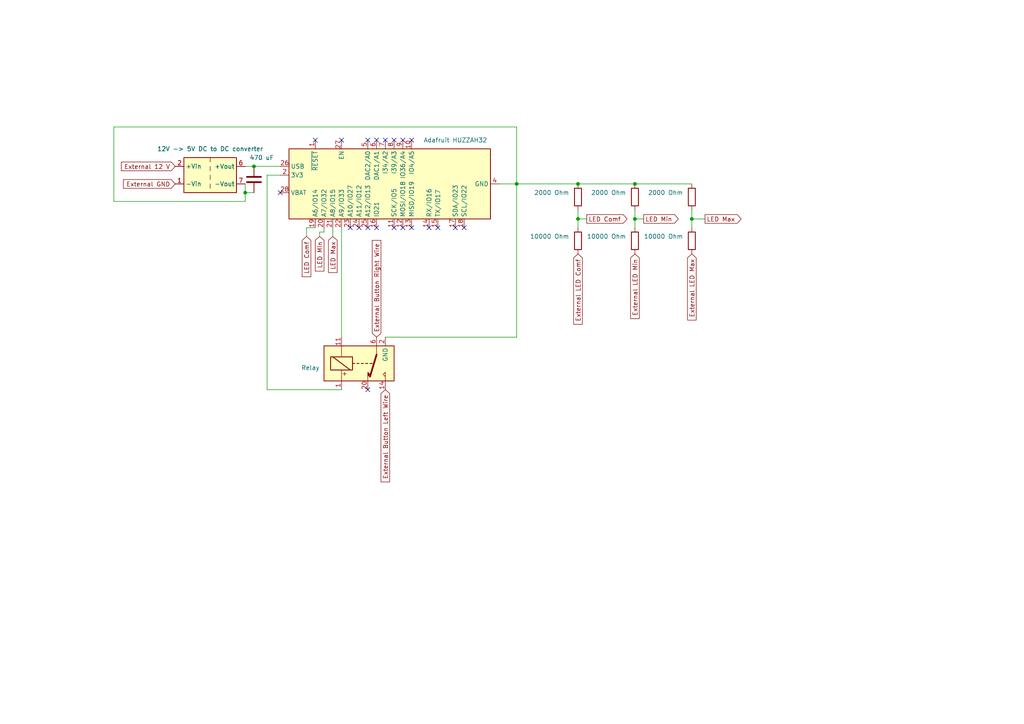
<source format=kicad_sch>
(kicad_sch (version 20211123) (generator eeschema)
  (paper "A4")
  (lib_symbols
    (symbol "Converter_DCDC:ITX0503SA-H"
      (property "Reference" "PS" (at -7.62 6.35 0))
      (property "Value" "ITX0503SA-H" (at 1.27 6.35 0))
      (symbol "ITX0503SA-H_0_0"
        (pin power_in line (at -10.16 -2.54 0) (length 2.54) (name "-Vin") (number "1"))
        (pin power_in line (at -10.16 2.54 0) (length 2.54) (name "+Vin") (number "2"))
        (pin power_out line (at 10.16 2.54 180) (length 2.54) (name "+Vout") (number "6"))
        (pin power_out line (at 10.16 -2.54 180) (length 2.54) (name "-Vout") (number "7"))
        (pin no_connect line (at 7.62 0 180) (length 2.54) hide (name "NC") (number "8"))
      )
      (symbol "ITX0503SA-H_0_1"
        (rectangle (start -7.62 5.08) (end 7.62 -5.08) (stroke (width 0.254)) (fill (type background)))
        (polyline (pts (xy 0 -2.54) (xy 0 -3.81)))
        (polyline (pts (xy 0 0) (xy 0 -1.27)))
        (polyline (pts (xy 0 2.54) (xy 0 1.27)))
        (polyline (pts (xy 0 5.08) (xy 0 3.81)))
      )
    )
    (symbol "Device:C" (pin_numbers hide) (pin_names (offset 0.254))
      (property "Reference" "C" (at 0.635 2.54 0))
      (property "Value" "C" (at 0.635 -2.54 0))
      (symbol "C_0_1"
        (polyline (pts (xy -2.032 -0.762) (xy 2.032 -0.762)) (stroke (width 0.508)))
        (polyline (pts (xy -2.032 0.762) (xy 2.032 0.762)) (stroke (width 0.508)))
      )
      (symbol "C_1_1"
        (pin passive line (at 0 3.81 270) (length 2.794) (name "~") (number "1"))
        (pin passive line (at 0 -3.81 90) (length 2.794) (name "~") (number "2"))
      )
    )
    (symbol "Device:R" (pin_numbers hide) (pin_names (offset 0))
      (property "Reference" "R" (at 2.032 0 90))
      (property "Value" "R" (at 0 0 90))
      (symbol "R_0_1"
        (rectangle (start -1.016 -2.54) (end 1.016 2.54) (stroke (width 0.254)))
      )
      (symbol "R_1_1"
        (pin passive line (at 0 3.81 270) (length 1.27) (name "~") (number "1"))
        (pin passive line (at 0 -3.81 90) (length 1.27) (name "~") (number "2"))
      )
    )
    (symbol "MCU_Module:Adafruit_Feather_HUZZAH32_ESP32"
      (property "Reference" "A" (at -10.16 29.21 0))
      (property "Value" "Adafruit_Feather_HUZZAH32_ESP32" (at 2.54 -31.75 0))
      (symbol "Adafruit_Feather_HUZZAH32_ESP32_0_1"
        (rectangle (start -10.16 27.94) (end 10.16 -30.48) (stroke (width 0.254)) (fill (type background)))
      )
      (symbol "Adafruit_Feather_HUZZAH32_ESP32_1_1"
        (pin input line (at 12.7 20.32 180) (length 2.54) (name "~{RESET}") (number "1"))
        (pin bidirectional line (at 12.7 -7.62 180) (length 2.54) (name "IO4/A5") (number "10"))
        (pin bidirectional line (at -12.7 -2.54 0) (length 2.54) (name "SCK/IO5") (number "11"))
        (pin bidirectional line (at -12.7 -5.08 0) (length 2.54) (name "MOSI/IO18") (number "12"))
        (pin bidirectional line (at -12.7 -7.62 0) (length 2.54) (name "MISO/IO19") (number "13"))
        (pin bidirectional line (at -12.7 -12.7 0) (length 2.54) (name "RX/IO16") (number "14"))
        (pin bidirectional line (at -12.7 -15.24 0) (length 2.54) (name "TX/IO17") (number "15"))
        (pin bidirectional line (at -12.7 2.54 0) (length 2.54) (name "IO21") (number "16"))
        (pin bidirectional line (at -12.7 -20.32 0) (length 2.54) (name "SDA/IO23") (number "17"))
        (pin bidirectional line (at -12.7 -22.86 0) (length 2.54) (name "SCL/IO22") (number "18"))
        (pin bidirectional line (at -12.7 20.32 0) (length 2.54) (name "A6/IO14") (number "19"))
        (pin power_in line (at 2.54 30.48 270) (length 2.54) (name "3V3") (number "2"))
        (pin bidirectional line (at -12.7 17.78 0) (length 2.54) (name "A7/IO32") (number "20"))
        (pin bidirectional line (at -12.7 15.24 0) (length 2.54) (name "A8/IO15") (number "21"))
        (pin bidirectional line (at -12.7 12.7 0) (length 2.54) (name "A9/IO33") (number "22"))
        (pin bidirectional line (at -12.7 10.16 0) (length 2.54) (name "A10/IO27") (number "23"))
        (pin bidirectional line (at -12.7 7.62 0) (length 2.54) (name "A11/IO12") (number "24"))
        (pin bidirectional line (at -12.7 5.08 0) (length 2.54) (name "A12/IO13") (number "25"))
        (pin power_in line (at 5.08 30.48 270) (length 2.54) (name "USB") (number "26"))
        (pin input line (at 12.7 12.7 180) (length 2.54) (name "EN") (number "27"))
        (pin power_in line (at -2.54 30.48 270) (length 2.54) (name "VBAT") (number "28"))
        (pin no_connect line (at 10.16 10.16 180) (length 2.54) hide (name "NC") (number "3"))
        (pin power_in line (at 0 -33.02 90) (length 2.54) (name "GND") (number "4"))
        (pin bidirectional line (at 12.7 5.08 180) (length 2.54) (name "DAC2/A0") (number "5"))
        (pin bidirectional line (at 12.7 2.54 180) (length 2.54) (name "DAC1/A1") (number "6"))
        (pin bidirectional line (at 12.7 0 180) (length 2.54) (name "I34/A2") (number "7"))
        (pin bidirectional line (at 12.7 -2.54 180) (length 2.54) (name "I39/A3") (number "8"))
        (pin bidirectional line (at 12.7 -5.08 180) (length 2.54) (name "IO36/A4") (number "9"))
      )
    )
    (symbol "Relay:HF3-01"
      (property "Reference" "K" (at 11.43 3.81 0))
      (property "Value" "HF3-01" (at 11.43 1.27 0))
      (symbol "HF3-01_0_0"
        (polyline (pts (xy 7.62 5.08) (xy 7.62 2.54) (xy 6.985 3.175) (xy 7.62 3.81)))
        (text "+" (at -4.191 2.921 0) (effects (font (size 1.27 1.27))))
      )
      (symbol "HF3-01_0_1"
        (rectangle (start -10.16 5.08) (end 10.16 -5.08) (stroke (width 0.254)) (fill (type background)))
        (rectangle (start -8.255 1.905) (end -1.905 -1.905) (stroke (width 0.254)))
        (polyline (pts (xy -7.62 -1.905) (xy -2.54 1.905)) (stroke (width 0.254)))
        (polyline (pts (xy -5.08 -5.08) (xy -5.08 -1.905)))
        (polyline (pts (xy -5.08 5.08) (xy -5.08 1.905)))
        (polyline (pts (xy -1.905 0) (xy -1.27 0)) (stroke (width 0.254)))
        (polyline (pts (xy -0.635 0) (xy 0 0)) (stroke (width 0.254)))
        (polyline (pts (xy 0.635 0) (xy 1.27 0)) (stroke (width 0.254)))
        (polyline (pts (xy 1.905 0) (xy 2.54 0)) (stroke (width 0.254)))
        (polyline (pts (xy 3.175 0) (xy 3.81 0)) (stroke (width 0.254)))
        (polyline (pts (xy 5.08 -2.54) (xy 3.175 3.81)) (stroke (width 0.508)))
        (polyline (pts (xy 5.08 -2.54) (xy 5.08 -5.08)))
        (polyline (pts (xy 2.54 5.08) (xy 2.54 2.54) (xy 3.175 3.175) (xy 2.54 3.81)) (fill (type outline)))
      )
      (symbol "HF3-01_1_1"
        (pin passive line (at -5.08 7.62 270) (length 2.54) (name "~") (number "1"))
        (pin passive line (at 7.62 -7.62 90) (length 2.54) hide (name "GND") (number "10"))
        (pin passive line (at -5.08 -7.62 90) (length 2.54) (name "~") (number "11"))
        (pin passive line (at 7.62 -7.62 90) (length 2.54) hide (name "GND") (number "12"))
        (pin passive line (at 7.62 -7.62 90) (length 2.54) hide (name "GND") (number "13"))
        (pin passive line (at 7.62 7.62 270) (length 2.54) (name "~") (number "14"))
        (pin passive line (at 7.62 -7.62 90) (length 2.54) hide (name "GND") (number "15"))
        (pin passive line (at 7.62 -7.62 90) (length 2.54) hide (name "GND") (number "17"))
        (pin passive line (at 7.62 -7.62 90) (length 2.54) hide (name "GND") (number "19"))
        (pin power_in line (at 7.62 -7.62 90) (length 2.54) (name "GND") (number "2"))
        (pin passive line (at 2.54 7.62 270) (length 2.54) (name "~") (number "20"))
        (pin passive line (at 7.62 -7.62 90) (length 2.54) hide (name "GND") (number "21"))
        (pin passive line (at 7.62 -7.62 90) (length 2.54) hide (name "GND") (number "22"))
        (pin passive line (at 7.62 -7.62 90) (length 2.54) hide (name "GND") (number "5"))
        (pin passive line (at 5.08 -7.62 90) (length 2.54) (name "~") (number "6"))
        (pin passive line (at 7.62 -7.62 90) (length 2.54) hide (name "GND") (number "7"))
      )
    )
  )
  (junction (at 184.15 53.34))
  (junction (at 200.66 63.5))
  (junction (at 167.64 53.34))
  (junction (at 71.12 55.88))
  (junction (at 184.15 63.5))
  (junction (at 167.64 63.5))
  (junction (at 73.66 48.26))
  (junction (at 149.86 53.34))
  (no_connect (at 106.68 113.03))
  (no_connect (at 91.44 40.64))
  (no_connect (at 81.28 55.88))
  (no_connect (at 99.06 40.64))
  (no_connect (at 134.62 66.04))
  (no_connect (at 132.08 66.04))
  (no_connect (at 124.46 66.04))
  (no_connect (at 127 66.04))
  (no_connect (at 119.38 66.04))
  (no_connect (at 116.84 66.04))
  (no_connect (at 114.3 66.04))
  (no_connect (at 111.76 40.64))
  (no_connect (at 114.3 40.64))
  (no_connect (at 116.84 40.64))
  (no_connect (at 109.22 40.64))
  (no_connect (at 119.38 40.64))
  (no_connect (at 106.68 40.64))
  (no_connect (at 109.22 66.04))
  (no_connect (at 106.68 66.04))
  (no_connect (at 104.14 66.04))
  (no_connect (at 101.6 66.04))
  (wire (pts (xy 77.47 50.8) (xy 77.47 113.03)))
  (wire (pts (xy 184.15 53.34) (xy 200.66 53.34)))
  (wire (pts (xy 33.02 36.83) (xy 149.86 36.83)))
  (wire (pts (xy 200.66 63.5) (xy 200.66 60.96)))
  (wire (pts (xy 167.64 53.34) (xy 184.15 53.34)))
  (wire (pts (xy 33.02 36.83) (xy 33.02 58.42)))
  (wire (pts (xy 200.66 66.04) (xy 200.66 63.5)))
  (wire (pts (xy 71.12 48.26) (xy 73.66 48.26)))
  (wire (pts (xy 149.86 53.34) (xy 144.78 53.34)))
  (wire (pts (xy 33.02 58.42) (xy 71.12 58.42)))
  (wire (pts (xy 149.86 53.34) (xy 167.64 53.34)))
  (wire (pts (xy 71.12 58.42) (xy 71.12 55.88)))
  (wire (pts (xy 93.98 67.31) (xy 92.71 67.31)))
  (wire (pts (xy 71.12 55.88) (xy 73.66 55.88)))
  (wire (pts (xy 111.76 97.79) (xy 149.86 97.79)))
  (wire (pts (xy 99.06 66.04) (xy 99.06 97.79)))
  (wire (pts (xy 184.15 66.04) (xy 184.15 63.5)))
  (wire (pts (xy 93.98 66.04) (xy 93.98 67.31)))
  (wire (pts (xy 71.12 55.88) (xy 71.12 53.34)))
  (wire (pts (xy 77.47 113.03) (xy 99.06 113.03)))
  (wire (pts (xy 167.64 63.5) (xy 167.64 60.96)))
  (wire (pts (xy 167.64 63.5) (xy 170.18 63.5)))
  (wire (pts (xy 184.15 63.5) (xy 186.69 63.5)))
  (wire (pts (xy 96.52 66.04) (xy 96.52 68.58)))
  (wire (pts (xy 184.15 63.5) (xy 184.15 60.96)))
  (wire (pts (xy 149.86 53.34) (xy 149.86 97.79)))
  (wire (pts (xy 88.9 66.04) (xy 88.9 68.58)))
  (wire (pts (xy 167.64 66.04) (xy 167.64 63.5)))
  (wire (pts (xy 81.28 50.8) (xy 77.47 50.8)))
  (wire (pts (xy 91.44 66.04) (xy 88.9 66.04)))
  (wire (pts (xy 73.66 48.26) (xy 81.28 48.26)))
  (wire (pts (xy 92.71 67.31) (xy 92.71 68.58)))
  (wire (pts (xy 200.66 63.5) (xy 204.47 63.5)))
  (wire (pts (xy 149.86 36.83) (xy 149.86 53.34)))
  (global_label "LED Max" (shape input) (at 96.52 68.58 270) (property "Intersheet References" "${INTERSHEET_REFS}" (effects hide)))
  (global_label "External LED Max" (shape input) (at 200.66 73.66 270) (property "Intersheet References" "${INTERSHEET_REFS}" (effects hide)))
  (global_label "External LED Comf" (shape input) (at 167.64 73.66 270) (property "Intersheet References" "${INTERSHEET_REFS}" (effects hide)))
  (global_label "LED Comf" (shape input) (at 88.9 68.58 270) (property "Intersheet References" "${INTERSHEET_REFS}" (effects hide)))
  (global_label "LED Max" (shape output) (at 204.47 63.5 0) (property "Intersheet References" "${INTERSHEET_REFS}" (effects hide)))
  (global_label "External Button Left Wire" (shape input) (at 111.76 113.03 270) (property "Intersheet References" "${INTERSHEET_REFS}" (effects hide)))
  (global_label "External LED Min" (shape input) (at 184.15 73.66 270) (property "Intersheet References" "${INTERSHEET_REFS}" (effects hide)))
  (global_label "External Button Right Wire" (shape input) (at 109.22 97.79 90) (property "Intersheet References" "${INTERSHEET_REFS}" (effects hide)))
  (global_label "External GND" (shape input) (at 50.8 53.34 180) (property "Intersheet References" "${INTERSHEET_REFS}" (effects hide)))
  (global_label "External 12 V" (shape input) (at 50.8 48.26 180) (property "Intersheet References" "${INTERSHEET_REFS}" (effects hide)))
  (global_label "LED Min" (shape input) (at 92.71 68.58 270) (property "Intersheet References" "${INTERSHEET_REFS}" (effects hide)))
  (global_label "LED Min" (shape output) (at 186.69 63.5 0) (property "Intersheet References" "${INTERSHEET_REFS}" (effects hide)))
  (global_label "LED Comf" (shape output) (at 170.18 63.5 0) (property "Intersheet References" "${INTERSHEET_REFS}" (effects hide)))
  (symbol (lib_id "Device:R") (at 200.66 69.85 180) (unit 1)
    (property "Reference" "R?" (effects hide))
    (property "Value" "10000 Ohm" (at 198.12 68.5801 0) (effects (justify left)))
  )
  (symbol (lib_id "Device:R") (at 184.15 69.85 180) (unit 1)
    (property "Reference" "R?" (effects hide))
    (property "Value" "10000 Ohm" (at 181.61 68.5801 0) (effects (justify left)))
  )
  (symbol (lib_id "MCU_Module:Adafruit_Feather_HUZZAH32_ESP32") (at 111.76 53.34 90) (unit 1)
    (property "Reference" "A?" (effects hide))
    (property "Value" "Adafruit HUZZAH32" (at 132.08 40.64 90))
    (property "Footprint" "Module:Adafruit_Feather" (effects hide))
    (property "Datasheet" "https://cdn-learn.adafruit.com/downloads/pdf/adafruit-huzzah32-esp32-feather.pdf" (effects hide))
  )
  (symbol (lib_id "Converter_DCDC:ITX0503SA-H") (at 60.96 50.8 0) (unit 1)
    (property "Reference" "PS?" (effects hide))
    (property "Value" "12V -> 5V DC to DC converter" (at 60.96 43.18 0))
    (property "Footprint" "Converter_DCDC:Converter_DCDC_XP_POWER-ITXxxxxSA_THT" (effects hide))
    (property "Datasheet" "https://www.xppower.com/pdfs/SF_ITX.pdf" (effects hide))
  )
  (symbol (lib_id "Device:C") (at 73.66 52.07 0) (unit 1)
    (property "Reference" "C?" (effects hide))
    (property "Value" "470 uF" (at 72.39 45.72 0) (effects (justify left)))
  )
  (symbol (lib_id "Device:R") (at 184.15 57.15 180) (unit 1)
    (property "Reference" "R?" (effects hide))
    (property "Value" "2000 Ohm" (at 181.61 55.8801 0) (effects (justify left)))
  )
  (symbol (lib_id "Device:R") (at 167.64 69.85 180) (unit 1)
    (property "Reference" "R?" (effects hide))
    (property "Value" "10000 Ohm" (at 165.1 68.5801 0) (effects (justify left)))
  )
  (symbol (lib_id "Relay:HF3-01") (at 104.14 105.41 0) (mirror x) (unit 1)
    (property "Reference" "K?" (effects hide))
    (property "Value" "Relay" (at 92.71 106.6799 0) (effects (justify right)))
    (property "Footprint" "Relay_SMD:Relay_SPDT_AXICOM_HF3Series_75ohms_Pitch1.27mm" (effects hide))
    (property "Datasheet" "http://hiqsdr.com/images/3/3e/Axicom-HF3.pdf" (effects hide))
  )
  (symbol (lib_id "Device:R") (at 200.66 57.15 180) (unit 1)
    (property "Reference" "R?" (effects hide))
    (property "Value" "2000 Ohm" (at 198.12 55.8801 0) (effects (justify left)))
  )
  (symbol (lib_id "Device:R") (at 167.64 57.15 180) (unit 1)
    (property "Reference" "R?" (effects hide))
    (property "Value" "2000 Ohm" (at 165.1 55.8801 0) (effects (justify left)))
  )
)
</source>
